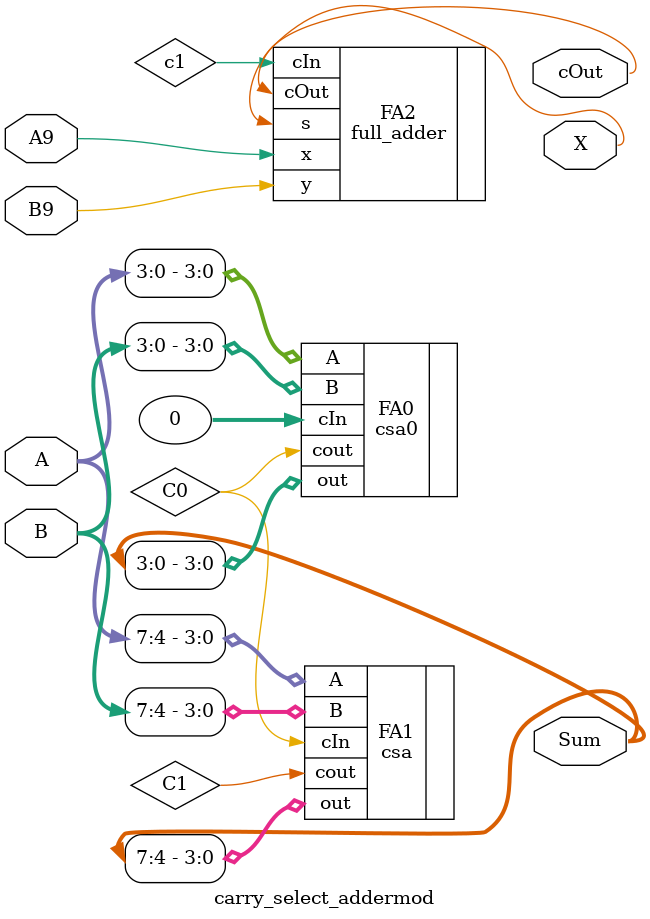
<source format=sv>
module carry_select_addermod
(
    input   logic[8:0]     A,
    input   logic[8:0]     B,
	 input   logic 			A9, B9,
    output  logic[7:0]     Sum,
    output  logic          cOut,
	 output logic				X
);

    /* TODO
     *
     * Insert code here to implement a carry select.
     * Your code should be completly combinational (don't use always_ff or always_latch).
     * Feel free to create sub-modules or other files. */
	  
	  logic C0, C1;
	  csa0 FA0(.A(A[3:0]), .B(B[3:0]), .cIn(0), .out(Sum[3:0]), .cout(C0));
	  csa FA1(.A(A[7:4]), .B(B[7:4]), .cIn(C0), .out(Sum[7:4]), .cout(C1));
	  full_adder FA2(.x(A9), .y(B9), .cIn(c1), .s(X), .cOut(cOut));
	  
	  
	    
endmodule





</source>
